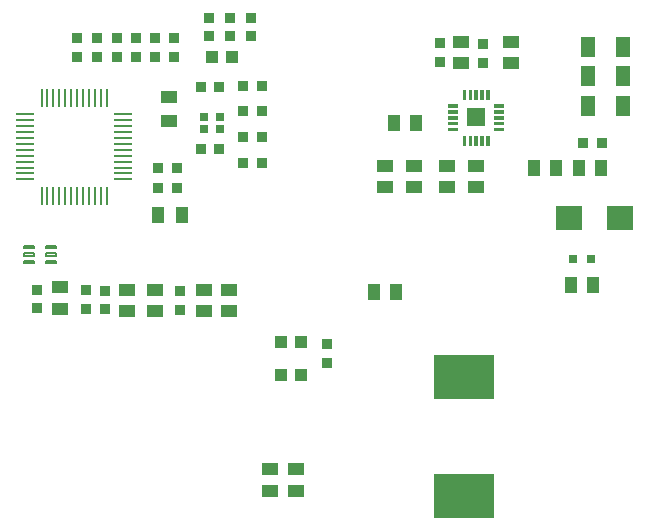
<source format=gbr>
G04 EAGLE Gerber RS-274X export*
G75*
%MOIN*%
%FSLAX34Y34*%
%LPD*%
%INSolderpaste Top*%
%IPPOS*%
%AMOC8*
5,1,8,0,0,1.08239X$1,22.5*%
G01*
G04 Define Apertures*
%ADD10R,0.011024X0.061417*%
%ADD11R,0.061417X0.011024*%
%ADD12C,0.007677*%
%ADD13R,0.055913X0.040598*%
%ADD14R,0.038197X0.036256*%
%ADD15R,0.036256X0.038197*%
%ADD16R,0.029528X0.027559*%
%ADD17R,0.043307X0.039370*%
%ADD18R,0.043307X0.055118*%
%ADD19R,0.055118X0.043307*%
%ADD20R,0.064567X0.064567*%
%ADD21C,0.002559*%
%ADD22R,0.040598X0.055913*%
%ADD23R,0.045850X0.071469*%
%ADD24R,0.089764X0.083465*%
%ADD25R,0.204724X0.147638*%
%ADD26R,0.031496X0.031496*%
D10*
X2264Y14890D03*
X2461Y14890D03*
X2657Y14890D03*
X2854Y14890D03*
X3051Y14890D03*
X3248Y14890D03*
X3445Y14890D03*
X3642Y14890D03*
X3839Y14890D03*
X4035Y14890D03*
X4232Y14890D03*
X4429Y14890D03*
D11*
X4992Y15453D03*
X4992Y15650D03*
X4992Y15846D03*
X4992Y16043D03*
X4992Y16240D03*
X4992Y16437D03*
X4992Y16634D03*
X4992Y16831D03*
X4992Y17028D03*
X4992Y17224D03*
X4992Y17421D03*
X4992Y17618D03*
D10*
X4429Y18181D03*
X4232Y18181D03*
X4035Y18181D03*
X3839Y18181D03*
X3642Y18181D03*
X3445Y18181D03*
X3248Y18181D03*
X3051Y18181D03*
X2854Y18181D03*
X2657Y18181D03*
X2461Y18181D03*
X2264Y18181D03*
D11*
X1701Y17618D03*
X1701Y17421D03*
X1701Y17224D03*
X1701Y17028D03*
X1701Y16831D03*
X1701Y16634D03*
X1701Y16437D03*
X1701Y16240D03*
X1701Y16043D03*
X1701Y15846D03*
X1701Y15650D03*
X1701Y15453D03*
D12*
X1667Y13170D02*
X2007Y13170D01*
X1667Y13170D02*
X1667Y13248D01*
X2007Y13248D01*
X2007Y13170D01*
X2007Y13243D02*
X1667Y13243D01*
X1667Y12914D02*
X2007Y12914D01*
X1667Y12914D02*
X1667Y12992D01*
X2007Y12992D01*
X2007Y12914D01*
X2007Y12987D02*
X1667Y12987D01*
X1667Y12658D02*
X2007Y12658D01*
X1667Y12658D02*
X1667Y12736D01*
X2007Y12736D01*
X2007Y12658D01*
X2007Y12731D02*
X1667Y12731D01*
X2403Y12658D02*
X2743Y12658D01*
X2403Y12658D02*
X2403Y12736D01*
X2743Y12736D01*
X2743Y12658D01*
X2743Y12731D02*
X2403Y12731D01*
X2403Y12914D02*
X2743Y12914D01*
X2403Y12914D02*
X2403Y12992D01*
X2743Y12992D01*
X2743Y12914D01*
X2743Y12987D02*
X2403Y12987D01*
X2403Y13170D02*
X2743Y13170D01*
X2403Y13170D02*
X2403Y13248D01*
X2743Y13248D01*
X2743Y13170D01*
X2743Y13243D02*
X2403Y13243D01*
D13*
X9882Y5071D03*
X9882Y5795D03*
X10748Y5071D03*
X10748Y5795D03*
D14*
X3740Y11143D03*
X3740Y11753D03*
X4370Y11134D03*
X4370Y11744D03*
X2126Y11161D03*
X2126Y11771D03*
D15*
X8986Y16001D03*
X9596Y16001D03*
D14*
X4764Y19548D03*
X4764Y20158D03*
X7835Y20218D03*
X7835Y20827D03*
X4099Y19548D03*
X4099Y20158D03*
D15*
X8986Y17717D03*
X9596Y17717D03*
D14*
X5423Y19548D03*
X5423Y20158D03*
X9229Y20218D03*
X9229Y20827D03*
X6695Y19548D03*
X6695Y20158D03*
X6051Y19548D03*
X6051Y20158D03*
X8557Y20218D03*
X8557Y20827D03*
X3443Y19548D03*
X3443Y20158D03*
D16*
X8219Y17126D03*
X7687Y17126D03*
X7687Y17520D03*
X8219Y17520D03*
D15*
X7569Y16457D03*
X8179Y16457D03*
X7569Y18543D03*
X8179Y18543D03*
X6162Y15827D03*
X6772Y15827D03*
X6162Y15160D03*
X6772Y15160D03*
D17*
X8602Y19528D03*
X7933Y19528D03*
D15*
X8986Y16866D03*
X9596Y16866D03*
X8986Y18561D03*
X9596Y18561D03*
D14*
X6890Y11112D03*
X6890Y11722D03*
D13*
X2874Y11858D03*
X2874Y11134D03*
X5119Y11779D03*
X5119Y11055D03*
X8504Y11778D03*
X8504Y11054D03*
X7677Y11778D03*
X7677Y11054D03*
X6042Y11055D03*
X6042Y11779D03*
D18*
X6929Y14252D03*
X6142Y14252D03*
D19*
X6513Y17405D03*
X6513Y18192D03*
D20*
X16732Y17520D03*
D21*
X15818Y17875D02*
X15818Y17951D01*
X16122Y17951D01*
X16122Y17875D01*
X15818Y17875D01*
X15818Y17900D02*
X16122Y17900D01*
X16122Y17925D02*
X15818Y17925D01*
X15818Y17950D02*
X16122Y17950D01*
X15818Y17755D02*
X15818Y17679D01*
X15818Y17755D02*
X16122Y17755D01*
X16122Y17679D01*
X15818Y17679D01*
X15818Y17704D02*
X16122Y17704D01*
X16122Y17729D02*
X15818Y17729D01*
X15818Y17754D02*
X16122Y17754D01*
X15818Y17558D02*
X15818Y17482D01*
X15818Y17558D02*
X16122Y17558D01*
X16122Y17482D01*
X15818Y17482D01*
X15818Y17507D02*
X16122Y17507D01*
X16122Y17532D02*
X15818Y17532D01*
X15818Y17557D02*
X16122Y17557D01*
X15818Y17361D02*
X15818Y17285D01*
X15818Y17361D02*
X16122Y17361D01*
X16122Y17285D01*
X15818Y17285D01*
X15818Y17310D02*
X16122Y17310D01*
X16122Y17335D02*
X15818Y17335D01*
X15818Y17360D02*
X16122Y17360D01*
X15818Y17164D02*
X15818Y17088D01*
X15818Y17164D02*
X16122Y17164D01*
X16122Y17088D01*
X15818Y17088D01*
X15818Y17113D02*
X16122Y17113D01*
X16122Y17138D02*
X15818Y17138D01*
X15818Y17163D02*
X16122Y17163D01*
X17342Y17164D02*
X17342Y17088D01*
X17342Y17164D02*
X17646Y17164D01*
X17646Y17088D01*
X17342Y17088D01*
X17342Y17113D02*
X17646Y17113D01*
X17646Y17138D02*
X17342Y17138D01*
X17342Y17163D02*
X17646Y17163D01*
X17342Y17285D02*
X17342Y17361D01*
X17646Y17361D01*
X17646Y17285D01*
X17342Y17285D01*
X17342Y17310D02*
X17646Y17310D01*
X17646Y17335D02*
X17342Y17335D01*
X17342Y17360D02*
X17646Y17360D01*
X17342Y17482D02*
X17342Y17558D01*
X17646Y17558D01*
X17646Y17482D01*
X17342Y17482D01*
X17342Y17507D02*
X17646Y17507D01*
X17646Y17532D02*
X17342Y17532D01*
X17342Y17557D02*
X17646Y17557D01*
X17342Y17679D02*
X17342Y17755D01*
X17646Y17755D01*
X17646Y17679D01*
X17342Y17679D01*
X17342Y17704D02*
X17646Y17704D01*
X17646Y17729D02*
X17342Y17729D01*
X17342Y17754D02*
X17646Y17754D01*
X17342Y17875D02*
X17342Y17951D01*
X17646Y17951D01*
X17646Y17875D01*
X17342Y17875D01*
X17342Y17900D02*
X17646Y17900D01*
X17646Y17925D02*
X17342Y17925D01*
X17342Y17950D02*
X17646Y17950D01*
X17088Y18129D02*
X17088Y18433D01*
X17164Y18433D01*
X17164Y18129D01*
X17088Y18129D01*
X17088Y18154D02*
X17164Y18154D01*
X17164Y18179D02*
X17088Y18179D01*
X17088Y18204D02*
X17164Y18204D01*
X17164Y18229D02*
X17088Y18229D01*
X17088Y18254D02*
X17164Y18254D01*
X17164Y18279D02*
X17088Y18279D01*
X17088Y18304D02*
X17164Y18304D01*
X17164Y18329D02*
X17088Y18329D01*
X17088Y18354D02*
X17164Y18354D01*
X17164Y18379D02*
X17088Y18379D01*
X17088Y18404D02*
X17164Y18404D01*
X17164Y18429D02*
X17088Y18429D01*
X16891Y18433D02*
X16891Y18129D01*
X16891Y18433D02*
X16967Y18433D01*
X16967Y18129D01*
X16891Y18129D01*
X16891Y18154D02*
X16967Y18154D01*
X16967Y18179D02*
X16891Y18179D01*
X16891Y18204D02*
X16967Y18204D01*
X16967Y18229D02*
X16891Y18229D01*
X16891Y18254D02*
X16967Y18254D01*
X16967Y18279D02*
X16891Y18279D01*
X16891Y18304D02*
X16967Y18304D01*
X16967Y18329D02*
X16891Y18329D01*
X16891Y18354D02*
X16967Y18354D01*
X16967Y18379D02*
X16891Y18379D01*
X16891Y18404D02*
X16967Y18404D01*
X16967Y18429D02*
X16891Y18429D01*
X16694Y18433D02*
X16694Y18129D01*
X16694Y18433D02*
X16770Y18433D01*
X16770Y18129D01*
X16694Y18129D01*
X16694Y18154D02*
X16770Y18154D01*
X16770Y18179D02*
X16694Y18179D01*
X16694Y18204D02*
X16770Y18204D01*
X16770Y18229D02*
X16694Y18229D01*
X16694Y18254D02*
X16770Y18254D01*
X16770Y18279D02*
X16694Y18279D01*
X16694Y18304D02*
X16770Y18304D01*
X16770Y18329D02*
X16694Y18329D01*
X16694Y18354D02*
X16770Y18354D01*
X16770Y18379D02*
X16694Y18379D01*
X16694Y18404D02*
X16770Y18404D01*
X16770Y18429D02*
X16694Y18429D01*
X16497Y18433D02*
X16497Y18129D01*
X16497Y18433D02*
X16573Y18433D01*
X16573Y18129D01*
X16497Y18129D01*
X16497Y18154D02*
X16573Y18154D01*
X16573Y18179D02*
X16497Y18179D01*
X16497Y18204D02*
X16573Y18204D01*
X16573Y18229D02*
X16497Y18229D01*
X16497Y18254D02*
X16573Y18254D01*
X16573Y18279D02*
X16497Y18279D01*
X16497Y18304D02*
X16573Y18304D01*
X16573Y18329D02*
X16497Y18329D01*
X16497Y18354D02*
X16573Y18354D01*
X16573Y18379D02*
X16497Y18379D01*
X16497Y18404D02*
X16573Y18404D01*
X16573Y18429D02*
X16497Y18429D01*
X16301Y18433D02*
X16301Y18129D01*
X16301Y18433D02*
X16377Y18433D01*
X16377Y18129D01*
X16301Y18129D01*
X16301Y18154D02*
X16377Y18154D01*
X16377Y18179D02*
X16301Y18179D01*
X16301Y18204D02*
X16377Y18204D01*
X16377Y18229D02*
X16301Y18229D01*
X16301Y18254D02*
X16377Y18254D01*
X16377Y18279D02*
X16301Y18279D01*
X16301Y18304D02*
X16377Y18304D01*
X16377Y18329D02*
X16301Y18329D01*
X16301Y18354D02*
X16377Y18354D01*
X16377Y18379D02*
X16301Y18379D01*
X16301Y18404D02*
X16377Y18404D01*
X16377Y18429D02*
X16301Y18429D01*
X16301Y16910D02*
X16301Y16606D01*
X16301Y16910D02*
X16377Y16910D01*
X16377Y16606D01*
X16301Y16606D01*
X16301Y16631D02*
X16377Y16631D01*
X16377Y16656D02*
X16301Y16656D01*
X16301Y16681D02*
X16377Y16681D01*
X16377Y16706D02*
X16301Y16706D01*
X16301Y16731D02*
X16377Y16731D01*
X16377Y16756D02*
X16301Y16756D01*
X16301Y16781D02*
X16377Y16781D01*
X16377Y16806D02*
X16301Y16806D01*
X16301Y16831D02*
X16377Y16831D01*
X16377Y16856D02*
X16301Y16856D01*
X16301Y16881D02*
X16377Y16881D01*
X16377Y16906D02*
X16301Y16906D01*
X16497Y16910D02*
X16497Y16606D01*
X16497Y16910D02*
X16573Y16910D01*
X16573Y16606D01*
X16497Y16606D01*
X16497Y16631D02*
X16573Y16631D01*
X16573Y16656D02*
X16497Y16656D01*
X16497Y16681D02*
X16573Y16681D01*
X16573Y16706D02*
X16497Y16706D01*
X16497Y16731D02*
X16573Y16731D01*
X16573Y16756D02*
X16497Y16756D01*
X16497Y16781D02*
X16573Y16781D01*
X16573Y16806D02*
X16497Y16806D01*
X16497Y16831D02*
X16573Y16831D01*
X16573Y16856D02*
X16497Y16856D01*
X16497Y16881D02*
X16573Y16881D01*
X16573Y16906D02*
X16497Y16906D01*
X16694Y16910D02*
X16694Y16606D01*
X16694Y16910D02*
X16770Y16910D01*
X16770Y16606D01*
X16694Y16606D01*
X16694Y16631D02*
X16770Y16631D01*
X16770Y16656D02*
X16694Y16656D01*
X16694Y16681D02*
X16770Y16681D01*
X16770Y16706D02*
X16694Y16706D01*
X16694Y16731D02*
X16770Y16731D01*
X16770Y16756D02*
X16694Y16756D01*
X16694Y16781D02*
X16770Y16781D01*
X16770Y16806D02*
X16694Y16806D01*
X16694Y16831D02*
X16770Y16831D01*
X16770Y16856D02*
X16694Y16856D01*
X16694Y16881D02*
X16770Y16881D01*
X16770Y16906D02*
X16694Y16906D01*
X16891Y16910D02*
X16891Y16606D01*
X16891Y16910D02*
X16967Y16910D01*
X16967Y16606D01*
X16891Y16606D01*
X16891Y16631D02*
X16967Y16631D01*
X16967Y16656D02*
X16891Y16656D01*
X16891Y16681D02*
X16967Y16681D01*
X16967Y16706D02*
X16891Y16706D01*
X16891Y16731D02*
X16967Y16731D01*
X16967Y16756D02*
X16891Y16756D01*
X16891Y16781D02*
X16967Y16781D01*
X16967Y16806D02*
X16891Y16806D01*
X16891Y16831D02*
X16967Y16831D01*
X16967Y16856D02*
X16891Y16856D01*
X16891Y16881D02*
X16967Y16881D01*
X16967Y16906D02*
X16891Y16906D01*
X17088Y16910D02*
X17088Y16606D01*
X17088Y16910D02*
X17164Y16910D01*
X17164Y16606D01*
X17088Y16606D01*
X17088Y16631D02*
X17164Y16631D01*
X17164Y16656D02*
X17088Y16656D01*
X17088Y16681D02*
X17164Y16681D01*
X17164Y16706D02*
X17088Y16706D01*
X17088Y16731D02*
X17164Y16731D01*
X17164Y16756D02*
X17088Y16756D01*
X17088Y16781D02*
X17164Y16781D01*
X17164Y16806D02*
X17088Y16806D01*
X17088Y16831D02*
X17164Y16831D01*
X17164Y16856D02*
X17088Y16856D01*
X17088Y16881D02*
X17164Y16881D01*
X17164Y16906D02*
X17088Y16906D01*
D14*
X16969Y19341D03*
X16969Y19951D03*
D13*
X16260Y20047D03*
X16260Y19323D03*
D22*
X14008Y17323D03*
X14732Y17323D03*
D13*
X13701Y15189D03*
X13701Y15913D03*
X14678Y15189D03*
X14678Y15913D03*
X15787Y15189D03*
X15787Y15913D03*
X16732Y15913D03*
X16732Y15189D03*
X17913Y19323D03*
X17913Y20047D03*
D22*
X20189Y15827D03*
X20913Y15827D03*
X18693Y15827D03*
X19417Y15827D03*
D14*
X15551Y19380D03*
X15551Y19990D03*
D23*
X21644Y17913D03*
X20482Y17913D03*
X21644Y18898D03*
X20482Y18898D03*
X21644Y19882D03*
X20482Y19882D03*
D15*
X20325Y16654D03*
X20935Y16654D03*
D14*
X11772Y9951D03*
X11772Y9341D03*
D24*
X19833Y14173D03*
X21538Y14173D03*
D25*
X16339Y8870D03*
X16339Y4893D03*
D22*
X13339Y11693D03*
X14063Y11693D03*
D17*
X10256Y8937D03*
X10925Y8937D03*
X10256Y10039D03*
X10925Y10039D03*
D26*
X20571Y12795D03*
X19980Y12795D03*
D22*
X20638Y11929D03*
X19914Y11929D03*
M02*

</source>
